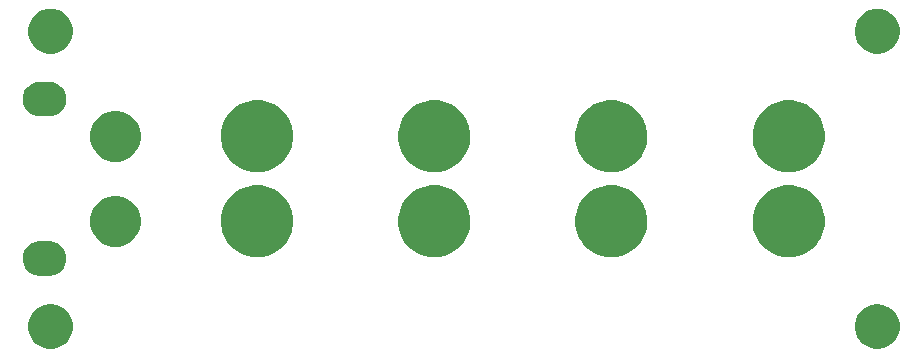
<source format=gbr>
G04 #@! TF.GenerationSoftware,KiCad,Pcbnew,5.0.2-bee76a0~70~ubuntu16.04.1*
G04 #@! TF.CreationDate,2019-11-03T01:58:48+01:00*
G04 #@! TF.ProjectId,hub,6875622e-6b69-4636-9164-5f7063625858,rev?*
G04 #@! TF.SameCoordinates,Original*
G04 #@! TF.FileFunction,Soldermask,Top*
G04 #@! TF.FilePolarity,Negative*
%FSLAX46Y46*%
G04 Gerber Fmt 4.6, Leading zero omitted, Abs format (unit mm)*
G04 Created by KiCad (PCBNEW 5.0.2-bee76a0~70~ubuntu16.04.1) date Sun 03 Nov 2019 01:58:48 AM CET*
%MOMM*%
%LPD*%
G01*
G04 APERTURE LIST*
%ADD10C,0.100000*%
G04 APERTURE END LIST*
D10*
G36*
X102932078Y-95647703D02*
X103054501Y-95672054D01*
X103197802Y-95731411D01*
X103400460Y-95815355D01*
X103711820Y-96023399D01*
X103976601Y-96288180D01*
X104184645Y-96599540D01*
X104327946Y-96945500D01*
X104401000Y-97312766D01*
X104401000Y-97687234D01*
X104327946Y-98054500D01*
X104184645Y-98400460D01*
X103976601Y-98711820D01*
X103711820Y-98976601D01*
X103400460Y-99184645D01*
X103197802Y-99268589D01*
X103054501Y-99327946D01*
X102932078Y-99352297D01*
X102687234Y-99401000D01*
X102312766Y-99401000D01*
X102067922Y-99352297D01*
X101945499Y-99327946D01*
X101802198Y-99268589D01*
X101599540Y-99184645D01*
X101288180Y-98976601D01*
X101023399Y-98711820D01*
X100815355Y-98400460D01*
X100672054Y-98054500D01*
X100599000Y-97687234D01*
X100599000Y-97312766D01*
X100672054Y-96945500D01*
X100815355Y-96599540D01*
X101023399Y-96288180D01*
X101288180Y-96023399D01*
X101599540Y-95815355D01*
X101802198Y-95731411D01*
X101945499Y-95672054D01*
X102067922Y-95647703D01*
X102312766Y-95599000D01*
X102687234Y-95599000D01*
X102932078Y-95647703D01*
X102932078Y-95647703D01*
G37*
G36*
X172932078Y-95647703D02*
X173054501Y-95672054D01*
X173197802Y-95731411D01*
X173400460Y-95815355D01*
X173711820Y-96023399D01*
X173976601Y-96288180D01*
X174184645Y-96599540D01*
X174327946Y-96945500D01*
X174401000Y-97312766D01*
X174401000Y-97687234D01*
X174327946Y-98054500D01*
X174184645Y-98400460D01*
X173976601Y-98711820D01*
X173711820Y-98976601D01*
X173400460Y-99184645D01*
X173197802Y-99268589D01*
X173054501Y-99327946D01*
X172932078Y-99352297D01*
X172687234Y-99401000D01*
X172312766Y-99401000D01*
X172067922Y-99352297D01*
X171945499Y-99327946D01*
X171802198Y-99268589D01*
X171599540Y-99184645D01*
X171288180Y-98976601D01*
X171023399Y-98711820D01*
X170815355Y-98400460D01*
X170672054Y-98054500D01*
X170599000Y-97687234D01*
X170599000Y-97312766D01*
X170672054Y-96945500D01*
X170815355Y-96599540D01*
X171023399Y-96288180D01*
X171288180Y-96023399D01*
X171599540Y-95815355D01*
X171802198Y-95731411D01*
X171945499Y-95672054D01*
X172067922Y-95647703D01*
X172312766Y-95599000D01*
X172687234Y-95599000D01*
X172932078Y-95647703D01*
X172932078Y-95647703D01*
G37*
G36*
X102577861Y-90309498D02*
X102684446Y-90319995D01*
X102866789Y-90375308D01*
X102957961Y-90402965D01*
X103092697Y-90474984D01*
X103210033Y-90537701D01*
X103210035Y-90537702D01*
X103210034Y-90537702D01*
X103430976Y-90719024D01*
X103612298Y-90939966D01*
X103747035Y-91192039D01*
X103747035Y-91192040D01*
X103830005Y-91465554D01*
X103858020Y-91750000D01*
X103830005Y-92034446D01*
X103774692Y-92216789D01*
X103747035Y-92307961D01*
X103675016Y-92442697D01*
X103612299Y-92560033D01*
X103430976Y-92780976D01*
X103210033Y-92962299D01*
X103092697Y-93025016D01*
X102957961Y-93097035D01*
X102866789Y-93124692D01*
X102684446Y-93180005D01*
X102577861Y-93190502D01*
X102471278Y-93201000D01*
X101528722Y-93201000D01*
X101422139Y-93190502D01*
X101315554Y-93180005D01*
X101133211Y-93124692D01*
X101042039Y-93097035D01*
X100907303Y-93025016D01*
X100789967Y-92962299D01*
X100569024Y-92780976D01*
X100387701Y-92560033D01*
X100324984Y-92442697D01*
X100252965Y-92307961D01*
X100225308Y-92216789D01*
X100169995Y-92034446D01*
X100141980Y-91750000D01*
X100169995Y-91465554D01*
X100252965Y-91192040D01*
X100252965Y-91192039D01*
X100387702Y-90939966D01*
X100569024Y-90719024D01*
X100789966Y-90537702D01*
X100789965Y-90537702D01*
X100789967Y-90537701D01*
X100907303Y-90474984D01*
X101042039Y-90402965D01*
X101133211Y-90375308D01*
X101315554Y-90319995D01*
X101422139Y-90309498D01*
X101528722Y-90299000D01*
X102471278Y-90299000D01*
X102577861Y-90309498D01*
X102577861Y-90309498D01*
G37*
G36*
X150889941Y-85666248D02*
X150889943Y-85666249D01*
X150889944Y-85666249D01*
X151445190Y-85896239D01*
X151445191Y-85896240D01*
X151944902Y-86230136D01*
X152369864Y-86655098D01*
X152369866Y-86655101D01*
X152703761Y-87154810D01*
X152933751Y-87710056D01*
X152933752Y-87710059D01*
X153051000Y-88299501D01*
X153051000Y-88900499D01*
X152985971Y-89227421D01*
X152933751Y-89489944D01*
X152703761Y-90045190D01*
X152520142Y-90319995D01*
X152369864Y-90544902D01*
X151944902Y-90969864D01*
X151944899Y-90969866D01*
X151445190Y-91303761D01*
X150889944Y-91533751D01*
X150889943Y-91533751D01*
X150889941Y-91533752D01*
X150300499Y-91651000D01*
X149699501Y-91651000D01*
X149110059Y-91533752D01*
X149110057Y-91533751D01*
X149110056Y-91533751D01*
X148554810Y-91303761D01*
X148055101Y-90969866D01*
X148055098Y-90969864D01*
X147630136Y-90544902D01*
X147479858Y-90319995D01*
X147296239Y-90045190D01*
X147066249Y-89489944D01*
X147014030Y-89227421D01*
X146949000Y-88900499D01*
X146949000Y-88299501D01*
X147066248Y-87710059D01*
X147066249Y-87710056D01*
X147296239Y-87154810D01*
X147630134Y-86655101D01*
X147630136Y-86655098D01*
X148055098Y-86230136D01*
X148554809Y-85896240D01*
X148554810Y-85896239D01*
X149110056Y-85666249D01*
X149110057Y-85666249D01*
X149110059Y-85666248D01*
X149699501Y-85549000D01*
X150300499Y-85549000D01*
X150889941Y-85666248D01*
X150889941Y-85666248D01*
G37*
G36*
X165889941Y-85666248D02*
X165889943Y-85666249D01*
X165889944Y-85666249D01*
X166445190Y-85896239D01*
X166445191Y-85896240D01*
X166944902Y-86230136D01*
X167369864Y-86655098D01*
X167369866Y-86655101D01*
X167703761Y-87154810D01*
X167933751Y-87710056D01*
X167933752Y-87710059D01*
X168051000Y-88299501D01*
X168051000Y-88900499D01*
X167985971Y-89227421D01*
X167933751Y-89489944D01*
X167703761Y-90045190D01*
X167520142Y-90319995D01*
X167369864Y-90544902D01*
X166944902Y-90969864D01*
X166944899Y-90969866D01*
X166445190Y-91303761D01*
X165889944Y-91533751D01*
X165889943Y-91533751D01*
X165889941Y-91533752D01*
X165300499Y-91651000D01*
X164699501Y-91651000D01*
X164110059Y-91533752D01*
X164110057Y-91533751D01*
X164110056Y-91533751D01*
X163554810Y-91303761D01*
X163055101Y-90969866D01*
X163055098Y-90969864D01*
X162630136Y-90544902D01*
X162479858Y-90319995D01*
X162296239Y-90045190D01*
X162066249Y-89489944D01*
X162014030Y-89227421D01*
X161949000Y-88900499D01*
X161949000Y-88299501D01*
X162066248Y-87710059D01*
X162066249Y-87710056D01*
X162296239Y-87154810D01*
X162630134Y-86655101D01*
X162630136Y-86655098D01*
X163055098Y-86230136D01*
X163554809Y-85896240D01*
X163554810Y-85896239D01*
X164110056Y-85666249D01*
X164110057Y-85666249D01*
X164110059Y-85666248D01*
X164699501Y-85549000D01*
X165300499Y-85549000D01*
X165889941Y-85666248D01*
X165889941Y-85666248D01*
G37*
G36*
X135889941Y-85666248D02*
X135889943Y-85666249D01*
X135889944Y-85666249D01*
X136445190Y-85896239D01*
X136445191Y-85896240D01*
X136944902Y-86230136D01*
X137369864Y-86655098D01*
X137369866Y-86655101D01*
X137703761Y-87154810D01*
X137933751Y-87710056D01*
X137933752Y-87710059D01*
X138051000Y-88299501D01*
X138051000Y-88900499D01*
X137985971Y-89227421D01*
X137933751Y-89489944D01*
X137703761Y-90045190D01*
X137520142Y-90319995D01*
X137369864Y-90544902D01*
X136944902Y-90969864D01*
X136944899Y-90969866D01*
X136445190Y-91303761D01*
X135889944Y-91533751D01*
X135889943Y-91533751D01*
X135889941Y-91533752D01*
X135300499Y-91651000D01*
X134699501Y-91651000D01*
X134110059Y-91533752D01*
X134110057Y-91533751D01*
X134110056Y-91533751D01*
X133554810Y-91303761D01*
X133055101Y-90969866D01*
X133055098Y-90969864D01*
X132630136Y-90544902D01*
X132479858Y-90319995D01*
X132296239Y-90045190D01*
X132066249Y-89489944D01*
X132014030Y-89227421D01*
X131949000Y-88900499D01*
X131949000Y-88299501D01*
X132066248Y-87710059D01*
X132066249Y-87710056D01*
X132296239Y-87154810D01*
X132630134Y-86655101D01*
X132630136Y-86655098D01*
X133055098Y-86230136D01*
X133554809Y-85896240D01*
X133554810Y-85896239D01*
X134110056Y-85666249D01*
X134110057Y-85666249D01*
X134110059Y-85666248D01*
X134699501Y-85549000D01*
X135300499Y-85549000D01*
X135889941Y-85666248D01*
X135889941Y-85666248D01*
G37*
G36*
X120889941Y-85666248D02*
X120889943Y-85666249D01*
X120889944Y-85666249D01*
X121445190Y-85896239D01*
X121445191Y-85896240D01*
X121944902Y-86230136D01*
X122369864Y-86655098D01*
X122369866Y-86655101D01*
X122703761Y-87154810D01*
X122933751Y-87710056D01*
X122933752Y-87710059D01*
X123051000Y-88299501D01*
X123051000Y-88900499D01*
X122985971Y-89227421D01*
X122933751Y-89489944D01*
X122703761Y-90045190D01*
X122520142Y-90319995D01*
X122369864Y-90544902D01*
X121944902Y-90969864D01*
X121944899Y-90969866D01*
X121445190Y-91303761D01*
X120889944Y-91533751D01*
X120889943Y-91533751D01*
X120889941Y-91533752D01*
X120300499Y-91651000D01*
X119699501Y-91651000D01*
X119110059Y-91533752D01*
X119110057Y-91533751D01*
X119110056Y-91533751D01*
X118554810Y-91303761D01*
X118055101Y-90969866D01*
X118055098Y-90969864D01*
X117630136Y-90544902D01*
X117479858Y-90319995D01*
X117296239Y-90045190D01*
X117066249Y-89489944D01*
X117014030Y-89227421D01*
X116949000Y-88900499D01*
X116949000Y-88299501D01*
X117066248Y-87710059D01*
X117066249Y-87710056D01*
X117296239Y-87154810D01*
X117630134Y-86655101D01*
X117630136Y-86655098D01*
X118055098Y-86230136D01*
X118554809Y-85896240D01*
X118554810Y-85896239D01*
X119110056Y-85666249D01*
X119110057Y-85666249D01*
X119110059Y-85666248D01*
X119699501Y-85549000D01*
X120300499Y-85549000D01*
X120889941Y-85666248D01*
X120889941Y-85666248D01*
G37*
G36*
X108627421Y-86531661D02*
X108627423Y-86531662D01*
X108627424Y-86531662D01*
X109018881Y-86693808D01*
X109369594Y-86928147D01*
X109371186Y-86929211D01*
X109670789Y-87228814D01*
X109670791Y-87228817D01*
X109906192Y-87581119D01*
X110068338Y-87972576D01*
X110151000Y-88388145D01*
X110151000Y-88811855D01*
X110068338Y-89227424D01*
X109906192Y-89618881D01*
X109671853Y-89969594D01*
X109670789Y-89971186D01*
X109371186Y-90270789D01*
X109371183Y-90270791D01*
X109018881Y-90506192D01*
X108627424Y-90668338D01*
X108627423Y-90668338D01*
X108627421Y-90668339D01*
X108211856Y-90751000D01*
X107788144Y-90751000D01*
X107372579Y-90668339D01*
X107372577Y-90668338D01*
X107372576Y-90668338D01*
X106981119Y-90506192D01*
X106628817Y-90270791D01*
X106628814Y-90270789D01*
X106329211Y-89971186D01*
X106328147Y-89969594D01*
X106093808Y-89618881D01*
X105931662Y-89227424D01*
X105849000Y-88811855D01*
X105849000Y-88388145D01*
X105931662Y-87972576D01*
X106093808Y-87581119D01*
X106329209Y-87228817D01*
X106329211Y-87228814D01*
X106628814Y-86929211D01*
X106630406Y-86928147D01*
X106981119Y-86693808D01*
X107372576Y-86531662D01*
X107372577Y-86531662D01*
X107372579Y-86531661D01*
X107788144Y-86449000D01*
X108211856Y-86449000D01*
X108627421Y-86531661D01*
X108627421Y-86531661D01*
G37*
G36*
X150889941Y-78466248D02*
X150889943Y-78466249D01*
X150889944Y-78466249D01*
X151445190Y-78696239D01*
X151938162Y-79025633D01*
X151944902Y-79030136D01*
X152369864Y-79455098D01*
X152369866Y-79455101D01*
X152703761Y-79954810D01*
X152933751Y-80510056D01*
X152933752Y-80510059D01*
X153051000Y-81099501D01*
X153051000Y-81700499D01*
X152985971Y-82027421D01*
X152933751Y-82289944D01*
X152703761Y-82845190D01*
X152553019Y-83070791D01*
X152369864Y-83344902D01*
X151944902Y-83769864D01*
X151944899Y-83769866D01*
X151445190Y-84103761D01*
X150889944Y-84333751D01*
X150889943Y-84333751D01*
X150889941Y-84333752D01*
X150300499Y-84451000D01*
X149699501Y-84451000D01*
X149110059Y-84333752D01*
X149110057Y-84333751D01*
X149110056Y-84333751D01*
X148554810Y-84103761D01*
X148055101Y-83769866D01*
X148055098Y-83769864D01*
X147630136Y-83344902D01*
X147446981Y-83070791D01*
X147296239Y-82845190D01*
X147066249Y-82289944D01*
X147014030Y-82027421D01*
X146949000Y-81700499D01*
X146949000Y-81099501D01*
X147066248Y-80510059D01*
X147066249Y-80510056D01*
X147296239Y-79954810D01*
X147630134Y-79455101D01*
X147630136Y-79455098D01*
X148055098Y-79030136D01*
X148061838Y-79025633D01*
X148554810Y-78696239D01*
X149110056Y-78466249D01*
X149110057Y-78466249D01*
X149110059Y-78466248D01*
X149699501Y-78349000D01*
X150300499Y-78349000D01*
X150889941Y-78466248D01*
X150889941Y-78466248D01*
G37*
G36*
X165889941Y-78466248D02*
X165889943Y-78466249D01*
X165889944Y-78466249D01*
X166445190Y-78696239D01*
X166938162Y-79025633D01*
X166944902Y-79030136D01*
X167369864Y-79455098D01*
X167369866Y-79455101D01*
X167703761Y-79954810D01*
X167933751Y-80510056D01*
X167933752Y-80510059D01*
X168051000Y-81099501D01*
X168051000Y-81700499D01*
X167985971Y-82027421D01*
X167933751Y-82289944D01*
X167703761Y-82845190D01*
X167553019Y-83070791D01*
X167369864Y-83344902D01*
X166944902Y-83769864D01*
X166944899Y-83769866D01*
X166445190Y-84103761D01*
X165889944Y-84333751D01*
X165889943Y-84333751D01*
X165889941Y-84333752D01*
X165300499Y-84451000D01*
X164699501Y-84451000D01*
X164110059Y-84333752D01*
X164110057Y-84333751D01*
X164110056Y-84333751D01*
X163554810Y-84103761D01*
X163055101Y-83769866D01*
X163055098Y-83769864D01*
X162630136Y-83344902D01*
X162446981Y-83070791D01*
X162296239Y-82845190D01*
X162066249Y-82289944D01*
X162014030Y-82027421D01*
X161949000Y-81700499D01*
X161949000Y-81099501D01*
X162066248Y-80510059D01*
X162066249Y-80510056D01*
X162296239Y-79954810D01*
X162630134Y-79455101D01*
X162630136Y-79455098D01*
X163055098Y-79030136D01*
X163061838Y-79025633D01*
X163554810Y-78696239D01*
X164110056Y-78466249D01*
X164110057Y-78466249D01*
X164110059Y-78466248D01*
X164699501Y-78349000D01*
X165300499Y-78349000D01*
X165889941Y-78466248D01*
X165889941Y-78466248D01*
G37*
G36*
X120889941Y-78466248D02*
X120889943Y-78466249D01*
X120889944Y-78466249D01*
X121445190Y-78696239D01*
X121938162Y-79025633D01*
X121944902Y-79030136D01*
X122369864Y-79455098D01*
X122369866Y-79455101D01*
X122703761Y-79954810D01*
X122933751Y-80510056D01*
X122933752Y-80510059D01*
X123051000Y-81099501D01*
X123051000Y-81700499D01*
X122985971Y-82027421D01*
X122933751Y-82289944D01*
X122703761Y-82845190D01*
X122553019Y-83070791D01*
X122369864Y-83344902D01*
X121944902Y-83769864D01*
X121944899Y-83769866D01*
X121445190Y-84103761D01*
X120889944Y-84333751D01*
X120889943Y-84333751D01*
X120889941Y-84333752D01*
X120300499Y-84451000D01*
X119699501Y-84451000D01*
X119110059Y-84333752D01*
X119110057Y-84333751D01*
X119110056Y-84333751D01*
X118554810Y-84103761D01*
X118055101Y-83769866D01*
X118055098Y-83769864D01*
X117630136Y-83344902D01*
X117446981Y-83070791D01*
X117296239Y-82845190D01*
X117066249Y-82289944D01*
X117014030Y-82027421D01*
X116949000Y-81700499D01*
X116949000Y-81099501D01*
X117066248Y-80510059D01*
X117066249Y-80510056D01*
X117296239Y-79954810D01*
X117630134Y-79455101D01*
X117630136Y-79455098D01*
X118055098Y-79030136D01*
X118061838Y-79025633D01*
X118554810Y-78696239D01*
X119110056Y-78466249D01*
X119110057Y-78466249D01*
X119110059Y-78466248D01*
X119699501Y-78349000D01*
X120300499Y-78349000D01*
X120889941Y-78466248D01*
X120889941Y-78466248D01*
G37*
G36*
X135889941Y-78466248D02*
X135889943Y-78466249D01*
X135889944Y-78466249D01*
X136445190Y-78696239D01*
X136938162Y-79025633D01*
X136944902Y-79030136D01*
X137369864Y-79455098D01*
X137369866Y-79455101D01*
X137703761Y-79954810D01*
X137933751Y-80510056D01*
X137933752Y-80510059D01*
X138051000Y-81099501D01*
X138051000Y-81700499D01*
X137985971Y-82027421D01*
X137933751Y-82289944D01*
X137703761Y-82845190D01*
X137553019Y-83070791D01*
X137369864Y-83344902D01*
X136944902Y-83769864D01*
X136944899Y-83769866D01*
X136445190Y-84103761D01*
X135889944Y-84333751D01*
X135889943Y-84333751D01*
X135889941Y-84333752D01*
X135300499Y-84451000D01*
X134699501Y-84451000D01*
X134110059Y-84333752D01*
X134110057Y-84333751D01*
X134110056Y-84333751D01*
X133554810Y-84103761D01*
X133055101Y-83769866D01*
X133055098Y-83769864D01*
X132630136Y-83344902D01*
X132446981Y-83070791D01*
X132296239Y-82845190D01*
X132066249Y-82289944D01*
X132014030Y-82027421D01*
X131949000Y-81700499D01*
X131949000Y-81099501D01*
X132066248Y-80510059D01*
X132066249Y-80510056D01*
X132296239Y-79954810D01*
X132630134Y-79455101D01*
X132630136Y-79455098D01*
X133055098Y-79030136D01*
X133061838Y-79025633D01*
X133554810Y-78696239D01*
X134110056Y-78466249D01*
X134110057Y-78466249D01*
X134110059Y-78466248D01*
X134699501Y-78349000D01*
X135300499Y-78349000D01*
X135889941Y-78466248D01*
X135889941Y-78466248D01*
G37*
G36*
X108627421Y-79331661D02*
X108627423Y-79331662D01*
X108627424Y-79331662D01*
X109018881Y-79493808D01*
X109297544Y-79680005D01*
X109371186Y-79729211D01*
X109670789Y-80028814D01*
X109670791Y-80028817D01*
X109906192Y-80381119D01*
X110068338Y-80772576D01*
X110151000Y-81188145D01*
X110151000Y-81611855D01*
X110068338Y-82027424D01*
X109906192Y-82418881D01*
X109671853Y-82769594D01*
X109670789Y-82771186D01*
X109371186Y-83070789D01*
X109371183Y-83070791D01*
X109018881Y-83306192D01*
X108627424Y-83468338D01*
X108627423Y-83468338D01*
X108627421Y-83468339D01*
X108211856Y-83551000D01*
X107788144Y-83551000D01*
X107372579Y-83468339D01*
X107372577Y-83468338D01*
X107372576Y-83468338D01*
X106981119Y-83306192D01*
X106628817Y-83070791D01*
X106628814Y-83070789D01*
X106329211Y-82771186D01*
X106328147Y-82769594D01*
X106093808Y-82418881D01*
X105931662Y-82027424D01*
X105849000Y-81611855D01*
X105849000Y-81188145D01*
X105931662Y-80772576D01*
X106093808Y-80381119D01*
X106329209Y-80028817D01*
X106329211Y-80028814D01*
X106628814Y-79729211D01*
X106702456Y-79680005D01*
X106981119Y-79493808D01*
X107372576Y-79331662D01*
X107372577Y-79331662D01*
X107372579Y-79331661D01*
X107788144Y-79249000D01*
X108211856Y-79249000D01*
X108627421Y-79331661D01*
X108627421Y-79331661D01*
G37*
G36*
X102577861Y-76809498D02*
X102684446Y-76819995D01*
X102866789Y-76875308D01*
X102957961Y-76902965D01*
X103092697Y-76974984D01*
X103210033Y-77037701D01*
X103210035Y-77037702D01*
X103210034Y-77037702D01*
X103430976Y-77219024D01*
X103612298Y-77439966D01*
X103747035Y-77692039D01*
X103747035Y-77692040D01*
X103830005Y-77965554D01*
X103858020Y-78250000D01*
X103830005Y-78534446D01*
X103780925Y-78696239D01*
X103747035Y-78807961D01*
X103675016Y-78942697D01*
X103612299Y-79060033D01*
X103430976Y-79280976D01*
X103210033Y-79462299D01*
X103151082Y-79493809D01*
X102957961Y-79597035D01*
X102866789Y-79624692D01*
X102684446Y-79680005D01*
X102577861Y-79690502D01*
X102471278Y-79701000D01*
X101528722Y-79701000D01*
X101422139Y-79690502D01*
X101315554Y-79680005D01*
X101133211Y-79624692D01*
X101042039Y-79597035D01*
X100848918Y-79493809D01*
X100789967Y-79462299D01*
X100569024Y-79280976D01*
X100387701Y-79060033D01*
X100324984Y-78942697D01*
X100252965Y-78807961D01*
X100219075Y-78696239D01*
X100169995Y-78534446D01*
X100141980Y-78250000D01*
X100169995Y-77965554D01*
X100252965Y-77692040D01*
X100252965Y-77692039D01*
X100387702Y-77439966D01*
X100569024Y-77219024D01*
X100789966Y-77037702D01*
X100789965Y-77037702D01*
X100789967Y-77037701D01*
X100907303Y-76974984D01*
X101042039Y-76902965D01*
X101133211Y-76875308D01*
X101315554Y-76819995D01*
X101422139Y-76809498D01*
X101528722Y-76799000D01*
X102471278Y-76799000D01*
X102577861Y-76809498D01*
X102577861Y-76809498D01*
G37*
G36*
X102932078Y-70647703D02*
X103054501Y-70672054D01*
X103197802Y-70731411D01*
X103400460Y-70815355D01*
X103711820Y-71023399D01*
X103976601Y-71288180D01*
X104184645Y-71599540D01*
X104327946Y-71945500D01*
X104401000Y-72312766D01*
X104401000Y-72687234D01*
X104327946Y-73054500D01*
X104184645Y-73400460D01*
X103976601Y-73711820D01*
X103711820Y-73976601D01*
X103400460Y-74184645D01*
X103197802Y-74268589D01*
X103054501Y-74327946D01*
X102932078Y-74352297D01*
X102687234Y-74401000D01*
X102312766Y-74401000D01*
X102067922Y-74352297D01*
X101945499Y-74327946D01*
X101802198Y-74268589D01*
X101599540Y-74184645D01*
X101288180Y-73976601D01*
X101023399Y-73711820D01*
X100815355Y-73400460D01*
X100672054Y-73054500D01*
X100599000Y-72687234D01*
X100599000Y-72312766D01*
X100672054Y-71945500D01*
X100815355Y-71599540D01*
X101023399Y-71288180D01*
X101288180Y-71023399D01*
X101599540Y-70815355D01*
X101802198Y-70731412D01*
X101945499Y-70672054D01*
X102067922Y-70647703D01*
X102312766Y-70599000D01*
X102687234Y-70599000D01*
X102932078Y-70647703D01*
X102932078Y-70647703D01*
G37*
G36*
X172932078Y-70647703D02*
X173054501Y-70672054D01*
X173197802Y-70731411D01*
X173400460Y-70815355D01*
X173711820Y-71023399D01*
X173976601Y-71288180D01*
X174184645Y-71599540D01*
X174327946Y-71945500D01*
X174401000Y-72312766D01*
X174401000Y-72687234D01*
X174327946Y-73054500D01*
X174184645Y-73400460D01*
X173976601Y-73711820D01*
X173711820Y-73976601D01*
X173400460Y-74184645D01*
X173197802Y-74268589D01*
X173054501Y-74327946D01*
X172932078Y-74352297D01*
X172687234Y-74401000D01*
X172312766Y-74401000D01*
X172067922Y-74352297D01*
X171945499Y-74327946D01*
X171802198Y-74268589D01*
X171599540Y-74184645D01*
X171288180Y-73976601D01*
X171023399Y-73711820D01*
X170815355Y-73400460D01*
X170672054Y-73054500D01*
X170599000Y-72687234D01*
X170599000Y-72312766D01*
X170672054Y-71945500D01*
X170815355Y-71599540D01*
X171023399Y-71288180D01*
X171288180Y-71023399D01*
X171599540Y-70815355D01*
X171802198Y-70731412D01*
X171945499Y-70672054D01*
X172067922Y-70647703D01*
X172312766Y-70599000D01*
X172687234Y-70599000D01*
X172932078Y-70647703D01*
X172932078Y-70647703D01*
G37*
M02*

</source>
